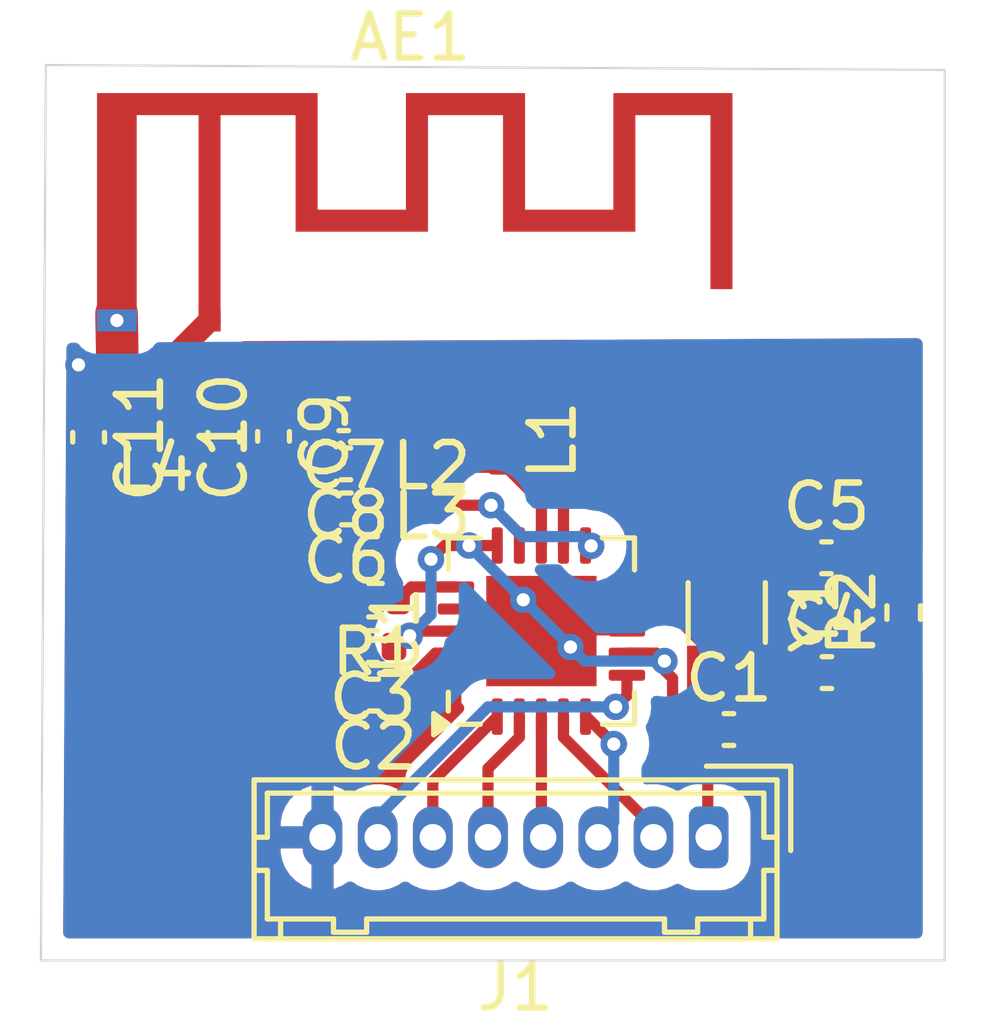
<source format=kicad_pcb>
(kicad_pcb (version 20240108) (generator "pcbnew") (generator_version "8.0")
  (layers (0 "F.Cu" signal) (31 "B.Cu" signal) (34 "B.Paste" user) (35 "F.Paste" user) (36 "B.SilkS" user "B.Silkscreen") (37 "F.SilkS" user "F.Silkscreen") (38 "B.Mask" user) (39 "F.Mask" user) (44 "Edge.Cuts" user))
  (net 0 "")
  (net 1 "GND")
  (net 2 "Net-(U1-DVDD)")
  (net 3 "Net-(U1-XC2)")
  (net 4 "Net-(U1-XC1)")
  (net 5 "Net-(U1-VDD_PA)")
  (net 6 "Net-(C7-Pad1)")
  (net 7 "Net-(C10-Pad1)")
  (net 8 "Net-(AE1-A)")
  (net 9 "Net-(J1-Pin_2)")
  (net 10 "Net-(J1-Pin_7)")
  (net 11 "Net-(J1-Pin_6)")
  (net 12 "Net-(J1-Pin_5)")
  (net 13 "Net-(J1-Pin_4)")
  (net 14 "Net-(J1-Pin_3)")
  (net 15 "Net-(U1-ANT2)")
  (net 16 "Net-(U1-ANT1)")
  (net 17 "Net-(U1-IREF)")
  (footprint "Inductor_SMD:L_0402_1005Metric" (layer "F.Cu") (at 147.88 77.9125 180)
    (property "Reference" "L2" (at 0 -1.17 0) (layer "F.SilkS"))
    (property "Value" "3n9")
    (pad "1" smd roundrect (at -0.485 0 180) (size 0.59 0.64) (layers "F.Cu" "F.Paste" "F.Mask") (net 16 "Net-(U1-ANT1)"))
    (pad "2" smd roundrect (at 0.485 0 180) (size 0.59 0.64) (layers "F.Cu" "F.Paste" "F.Mask") (net 6 "Net-(C7-Pad1)"))
  )
  (footprint "Capacitor_SMD:C_0402_1005Metric" (layer "F.Cu") (at 146.55 83.17 180)
    (property "Reference" "C3" (at 0 -1.16 0) (layer "F.SilkS"))
    (property "Value" "1n")
    (fp_line (start -0.107836 0.36) (end 0.107836 0.36) (stroke (width 0.12)) (layer "F.SilkS"))
    (fp_line (start -0.107836 -0.36) (end 0.107836 -0.36) (stroke (width 0.12)) (layer "F.SilkS"))
    (pad "1" smd roundrect (at -0.48 0 180) (size 0.56 0.62) (layers "F.Cu" "F.Paste" "F.Mask") (net 1 "GND"))
    (pad "2" smd roundrect (at 0.48 0 180) (size 0.56 0.62) (layers "F.Cu" "F.Paste" "F.Mask") (net 1 "GND"))
  )
  (footprint "Capacitor_SMD:C_0402_1005Metric" (layer "F.Cu") (at 145.89 77.92 180)
    (property "Reference" "C7" (at 0 -1.16 0) (layer "F.SilkS"))
    (property "Value" "1p5")
    (fp_line (start -0.107836 0.36) (end 0.107836 0.36) (stroke (width 0.12)) (layer "F.SilkS"))
    (fp_line (start -0.107836 -0.36) (end 0.107836 -0.36) (stroke (width 0.12)) (layer "F.SilkS"))
    (pad "1" smd roundrect (at -0.48 0 180) (size 0.56 0.62) (layers "F.Cu" "F.Paste" "F.Mask") (net 6 "Net-(C7-Pad1)"))
    (pad "2" smd roundrect (at 0.48 0 180) (size 0.56 0.62) (layers "F.Cu" "F.Paste" "F.Mask") (net 7 "Net-(C10-Pad1)"))
  )
  (footprint "Resistor_SMD:R_0402_1005Metric" (layer "F.Cu") (at 158.58 82.4 90)
    (property "Reference" "R2" (at 0 -1.17 90) (layer "F.SilkS"))
    (property "Value" "16MHz")
    (fp_line (start -0.153641 -0.38) (end 0.153641 -0.38) (stroke (width 0.12)) (layer "F.SilkS"))
    (fp_line (start -0.153641 0.38) (end 0.153641 0.38) (stroke (width 0.12)) (layer "F.SilkS"))
    (pad "1" smd roundrect (at -0.51 0 90) (size 0.54 0.64) (layers "F.Cu" "F.Paste" "F.Mask") (net 3 "Net-(U1-XC2)"))
    (pad "2" smd roundrect (at 0.51 0 90) (size 0.54 0.64) (layers "F.Cu" "F.Paste" "F.Mask") (net 4 "Net-(U1-XC1)"))
  )
  (footprint "Inductor_SMD:L_0402_1005Metric" (layer "F.Cu") (at 141.62 77.95 180)
    (property "Reference" "L4" (at 0 -1.17 0) (layer "F.SilkS"))
    (property "Value" "Lx")
    (pad "1" smd roundrect (at -0.485 0 180) (size 0.59 0.64) (layers "F.Cu" "F.Paste" "F.Mask") (net 7 "Net-(C10-Pad1)"))
    (pad "2" smd roundrect (at 0.485 0 180) (size 0.59 0.64) (layers "F.Cu" "F.Paste" "F.Mask") (net 8 "Net-(AE1-A)"))
  )
  (footprint "Package_DFN_QFN:QFN-20-1EP_4x4mm_P0.5mm_EP2.5x2.5mm" (layer "F.Cu") (at 150.37 82.82 90)
    (property "Reference" "U1" (at 0 -3.3 90) (layer "F.SilkS"))
    (property "Value" "NRF24L01")
    (fp_line (start 2.11 -2.11) (end 2.11 -1.385) (stroke (width 0.12)) (layer "F.SilkS"))
    (fp_line (start 1.385 -2.11) (end 2.11 -2.11) (stroke (width 0.12)) (layer "F.SilkS"))
    (fp_line (start -1.385 -2.11) (end -1.81 -2.11) (stroke (width 0.12)) (layer "F.SilkS"))
    (fp_line (start -2.11 -1.385) (end -2.11 -1.87) (stroke (width 0.12)) (layer "F.SilkS"))
    (fp_line (start 2.11 2.11) (end 2.11 1.385) (stroke (width 0.12)) (layer "F.SilkS"))
    (fp_line (start 1.385 2.11) (end 2.11 2.11) (stroke (width 0.12)) (layer "F.SilkS"))
    (fp_line (start -1.385 2.11) (end -2.11 2.11) (stroke (width 0.12)) (layer "F.SilkS"))
    (fp_line (start -2.11 2.11) (end -2.11 1.385) (stroke (width 0.12)) (layer "F.SilkS"))
    (fp_poly (pts (xy -2.11 -2.11) (xy -2.35 -2.44) (xy -1.87 -2.44) (xy -2.11 -2.11)) (stroke (width 0.12)) (fill solid) (layer "F.SilkS"))
    (pad "1" smd roundrect (at -1.9375 -1 90) (size 0.825 0.25) (layers "F.Cu" "F.Paste" "F.Mask") (net 11 "Net-(J1-Pin_6)"))
    (pad "2" smd roundrect (at -1.9375 -0.5 90) (size 0.825 0.25) (layers "F.Cu" "F.Paste" "F.Mask") (net 12 "Net-(J1-Pin_5)"))
    (pad "3" smd roundrect (at -1.9375 0 90) (size 0.825 0.25) (layers "F.Cu" "F.Paste" "F.Mask") (net 13 "Net-(J1-Pin_4)"))
    (pad "4" smd roundrect (at -1.9375 0.5 90) (size 0.825 0.25) (layers "F.Cu" "F.Paste" "F.Mask") (net 9 "Net-(J1-Pin_2)"))
    (pad "5" smd roundrect (at -1.9375 1 90) (size 0.825 0.25) (layers "F.Cu" "F.Paste" "F.Mask") (net 14 "Net-(J1-Pin_3)"))
    (pad "6" smd roundrect (at -1 1.9375 90) (size 0.25 0.825) (layers "F.Cu" "F.Paste" "F.Mask") (net 10 "Net-(J1-Pin_7)"))
    (pad "7" smd roundrect (at -0.5 1.9375 90) (size 0.25 0.825) (layers "F.Cu" "F.Paste" "F.Mask") (net 1 "GND"))
    (pad "8" smd roundrect (at 0 1.9375 90) (size 0.25 0.825) (layers "F.Cu" "F.Paste" "F.Mask") (net 1 "GND"))
    (pad "9" smd roundrect (at 0.5 1.9375 90) (size 0.25 0.825) (layers "F.Cu" "F.Paste" "F.Mask") (net 3 "Net-(U1-XC2)"))
    (pad "10" smd roundrect (at 1 1.9375 90) (size 0.25 0.825) (layers "F.Cu" "F.Paste" "F.Mask") (net 4 "Net-(U1-XC1)"))
    (pad "11" smd roundrect (at 1.9375 1 90) (size 0.825 0.25) (layers "F.Cu" "F.Paste" "F.Mask") (net 5 "Net-(U1-VDD_PA)"))
    (pad "12" smd roundrect (at 1.9375 0.5 90) (size 0.825 0.25) (layers "F.Cu" "F.Paste" "F.Mask") (net 16 "Net-(U1-ANT1)"))
    (pad "13" smd roundrect (at 1.9375 0 90) (size 0.825 0.25) (layers "F.Cu" "F.Paste" "F.Mask") (net 15 "Net-(U1-ANT2)"))
    (pad "14" smd roundrect (at 1.9375 -0.5 90) (size 0.825 0.25) (layers "F.Cu" "F.Paste" "F.Mask") (net 1 "GND"))
    (pad "15" smd roundrect (at 1.9375 -1 90) (size 0.825 0.25) (layers "F.Cu" "F.Paste" "F.Mask") (net 1 "GND"))
    (pad "16" smd roundrect (at 1 -1.9375 90) (size 0.25 0.825) (layers "F.Cu" "F.Paste" "F.Mask") (net 17 "Net-(U1-IREF)"))
    (pad "17" smd roundrect (at 0.5 -1.9375 90) (size 0.25 0.825) (layers "F.Cu" "F.Paste" "F.Mask") (net 1 "GND"))
    (pad "18" smd roundrect (at 0 -1.9375 90) (size 0.25 0.825) (layers "F.Cu" "F.Paste" "F.Mask") (net 1 "GND"))
    (pad "19" smd roundrect (at -0.5 -1.9375 90) (size 0.25 0.825) (layers "F.Cu" "F.Paste" "F.Mask") (net 2 "Net-(U1-DVDD)"))
    (pad "20" smd roundrect (at -1 -1.9375 90) (size 0.25 0.825) (layers "F.Cu" "F.Paste" "F.Mask") (net 1 "GND"))
    (pad "21" smd rect (at 0 0 90) (size 2.5 2.5) (property pad_prop_heatsink) (layers "F.Cu" "F.Mask") (net 1 "GND"))
  )
  (footprint "Capacitor_SMD:C_0402_1005Metric" (layer "F.Cu") (at 145.94 79.0325 180)
    (property "Reference" "C8" (at 0 -1.16 0) (layer "F.SilkS"))
    (property "Value" "C_Small")
    (fp_line (start -0.107836 0.36) (end 0.107836 0.36) (stroke (width 0.12)) (layer "F.SilkS"))
    (fp_line (start -0.107836 -0.36) (end 0.107836 -0.36) (stroke (width 0.12)) (layer "F.SilkS"))
    (pad "1" smd roundrect (at -0.48 0 180) (size 0.56 0.62) (layers "F.Cu" "F.Paste" "F.Mask") (net 5 "Net-(U1-VDD_PA)"))
    (pad "2" smd roundrect (at 0.48 0 180) (size 0.56 0.62) (layers "F.Cu" "F.Paste" "F.Mask") (net 1 "GND"))
  )
  (footprint "Capacitor_SMD:C_0402_1005Metric" (layer "F.Cu") (at 156.83 81.16)
    (property "Reference" "C5" (at 0 -1.16 0) (layer "F.SilkS"))
    (property "Value" "22p")
    (fp_line (start -0.107836 -0.36) (end 0.107836 -0.36) (stroke (width 0.12)) (layer "F.SilkS"))
    (fp_line (start -0.107836 0.36) (end 0.107836 0.36) (stroke (width 0.12)) (layer "F.SilkS"))
    (pad "1" smd roundrect (at -0.48 0) (size 0.56 0.62) (layers "F.Cu" "F.Paste" "F.Mask") (net 4 "Net-(U1-XC1)"))
    (pad "2" smd roundrect (at 0.48 0) (size 0.56 0.62) (layers "F.Cu" "F.Paste" "F.Mask") (net 1 "GND"))
  )
  (footprint "Capacitor_SMD:C_0402_1005Metric" (layer "F.Cu") (at 144.3 78.41 -90)
    (property "Reference" "C9" (at 0 -1.16 90) (layer "F.SilkS"))
    (property "Value" "1p")
    (fp_line (start -0.107836 0.36) (end 0.107836 0.36) (stroke (width 0.12)) (layer "F.SilkS"))
    (fp_line (start -0.107836 -0.36) (end 0.107836 -0.36) (stroke (width 0.12)) (layer "F.SilkS"))
    (pad "1" smd roundrect (at -0.48 0 270) (size 0.56 0.62) (layers "F.Cu" "F.Paste" "F.Mask") (net 7 "Net-(C10-Pad1)"))
    (pad "2" smd roundrect (at 0.48 0 270) (size 0.56 0.62) (layers "F.Cu" "F.Paste" "F.Mask") (net 1 "GND"))
  )
  (footprint "Connector_Hirose:Hirose_DF13-08P-1.25DSA_1x08_P1.25mm_Vertical" (layer "F.Cu") (at 154.16 87.49 180)
    (property "Reference" "J1" (at 4.38 -3.4 0) (layer "F.SilkS"))
    (property "Value" "Conn_01x08_Pin")
    (fp_line (start 10.3 1.3) (end 10.3 -2.3) (stroke (width 0.12)) (layer "F.SilkS"))
    (fp_line (start 10.3 -0.75) (end 10 -0.75) (stroke (width 0.12)) (layer "F.SilkS"))
    (fp_line (start 10.3 -2.3) (end -1.55 -2.3) (stroke (width 0.12)) (layer "F.SilkS"))
    (fp_line (start 10 1) (end 10 0) (stroke (width 0.12)) (layer "F.SilkS"))
    (fp_line (start 10 0) (end 10.3 0) (stroke (width 0.12)) (layer "F.SilkS"))
    (fp_line (start 10 -0.75) (end 10 -1.85) (stroke (width 0.12)) (layer "F.SilkS"))
    (fp_line (start 10 -1.85) (end 9.7 -1.85) (stroke (width 0.12)) (layer "F.SilkS"))
    (fp_line (start 9.7 -1.85) (end 9.7 -2.3) (stroke (width 0.12)) (layer "F.SilkS"))
    (fp_line (start 8.5 -1.85) (end 9.7 -1.85) (stroke (width 0.12)) (layer "F.SilkS"))
    (fp_line (start 8.5 -2.15) (end 8.5 -1.85) (stroke (width 0.12)) (layer "F.SilkS"))
    (fp_line (start 7.75 -1.85) (end 7.75 -2.15) (stroke (width 0.12)) (layer "F.SilkS"))
    (fp_line (start 7.75 -2.15) (end 8.5 -2.15) (stroke (width 0.12)) (layer "F.SilkS"))
    (fp_line (start 1 -1.85) (end 7.75 -1.85) (stroke (width 0.12)) (layer "F.SilkS"))
    (fp_line (start 1 -2.15) (end 1 -1.85) (stroke (width 0.12)) (layer "F.SilkS"))
    (fp_line (start 0.25 -1.85) (end 0.25 -2.15) (stroke (width 0.12)) (layer "F.SilkS"))
    (fp_line (start 0.25 -2.15) (end 1 -2.15) (stroke (width 0.12)) (layer "F.SilkS"))
    (fp_line (start -0.95 -1.85) (end 0.25 -1.85) (stroke (width 0.12)) (layer "F.SilkS"))
    (fp_line (start -0.95 -1.85) (end -0.95 -2.3) (stroke (width 0.12)) (layer "F.SilkS"))
    (fp_line (start -1.25 1) (end 10 1) (stroke (width 0.12)) (layer "F.SilkS"))
    (fp_line (start -1.25 0) (end -1.25 1) (stroke (width 0.12)) (layer "F.SilkS"))
    (fp_line (start -1.25 -0.75) (end -1.25 -1.85) (stroke (width 0.12)) (layer "F.SilkS"))
    (fp_line (start -1.25 -1.85) (end -0.95 -1.85) (stroke (width 0.12)) (layer "F.SilkS"))
    (fp_line (start -1.55 1.3) (end 10.3 1.3) (stroke (width 0.12)) (layer "F.SilkS"))
    (fp_line (start -1.55 0) (end -1.25 0) (stroke (width 0.12)) (layer "F.SilkS"))
    (fp_line (start -1.55 -0.75) (end -1.25 -0.75) (stroke (width 0.12)) (layer "F.SilkS"))
    (fp_line (start -1.55 -2.3) (end -1.55 1.3) (stroke (width 0.12)) (layer "F.SilkS"))
    (fp_line (start -1.86 1.61) (end 0.05 1.61) (stroke (width 0.12)) (layer "F.SilkS"))
    (fp_line (start -1.86 -0.3) (end -1.86 1.61) (stroke (width 0.12)) (layer "F.SilkS"))
    (pad "1" thru_hole roundrect (at 0 0 180) (size 0.9 1.4) (drill 0.6) (layers "*.Cu" "*.Mask") (net 1 "GND"))
    (pad "2" thru_hole oval (at 1.25 0 180) (size 0.9 1.4) (drill 0.6) (layers "*.Cu" "*.Mask") (net 9 "Net-(J1-Pin_2)"))
    (pad "3" thru_hole oval (at 2.5 0 180) (size 0.9 1.4) (drill 0.6) (layers "*.Cu" "*.Mask") (net 14 "Net-(J1-Pin_3)"))
    (pad "4" thru_hole oval (at 3.75 0 180) (size 0.9 1.4) (drill 0.6) (layers "*.Cu" "*.Mask") (net 13 "Net-(J1-Pin_4)"))
    (pad "5" thru_hole oval (at 5 0 180) (size 0.9 1.4) (drill 0.6) (layers "*.Cu" "*.Mask") (net 12 "Net-(J1-Pin_5)"))
    (pad "6" thru_hole oval (at 6.25 0 180) (size 0.9 1.4) (drill 0.6) (layers "*.Cu" "*.Mask") (net 11 "Net-(J1-Pin_6)"))
    (pad "7" thru_hole oval (at 7.5 0 180) (size 0.9 1.4) (drill 0.6) (layers "*.Cu" "*.Mask") (net 10 "Net-(J1-Pin_7)"))
    (pad "8" thru_hole oval (at 8.75 0 180) (size 0.9 1.4) (drill 0.6) (layers "*.Cu" "*.Mask") (net 1 "GND"))
  )
  (footprint "Resistor_SMD:R_0402_1005Metric" (layer "F.Cu") (at 146.61 82.12 180)
    (property "Reference" "R1" (at 0 -1.17 0) (layer "F.SilkS"))
    (property "Value" "22k")
    (fp_line (start -0.153641 0.38) (end 0.153641 0.38) (stroke (width 0.12)) (layer "F.SilkS"))
    (fp_line (start -0.153641 -0.38) (end 0.153641 -0.38) (stroke (width 0.12)) (layer "F.SilkS"))
    (pad "1" smd roundrect (at -0.51 0 180) (size 0.54 0.64) (layers "F.Cu" "F.Paste" "F.Mask") (net 17 "Net-(U1-IREF)"))
    (pad "2" smd roundrect (at 0.51 0 180) (size 0.54 0.64) (layers "F.Cu" "F.Paste" "F.Mask") (net 1 "GND"))
  )
  (footprint "Inductor_SMD:L_0402_1005Metric" (layer "F.Cu") (at 149.45 78.4975 -90)
    (property "Reference" "L1" (at 0 -1.17 90) (layer "F.SilkS"))
    (property "Value" "8n2")
    (pad "1" smd roundrect (at -0.485 0 270) (size 0.59 0.64) (layers "F.Cu" "F.Paste" "F.Mask") (net 16 "Net-(U1-ANT1)"))
    (pad "2" smd roundrect (at 0.485 0 270) (size 0.59 0.64) (layers "F.Cu" "F.Paste" "F.Mask") (net 15 "Net-(U1-ANT2)"))
  )
  (footprint "Crystal:Crystal_SMD_3215-2Pin_3.2x1.5mm" (layer "F.Cu") (at 154.57 82.4 -90)
    (property "Reference" "Y1" (at 0 -2 90) (layer "F.SilkS"))
    (property "Value" "Crystal")
    (fp_line (start -0.675 0.875) (end 0.675 0.875) (stroke (width 0.12)) (layer "F.SilkS"))
    (fp_line (start -0.675 -0.875) (end 0.675 -0.875) (stroke (width 0.12)) (layer "F.SilkS"))
    (pad "1" smd rect (at 1.25 0 270) (size 1 1.8) (layers "F.Cu" "F.Paste" "F.Mask") (net 3 "Net-(U1-XC2)"))
    (pad "2" smd rect (at -1.25 0 270) (size 1 1.8) (layers "F.Cu" "F.Paste" "F.Mask") (net 4 "Net-(U1-XC1)"))
  )
  (footprint "Capacitor_SMD:C_0402_1005Metric" (layer "F.Cu") (at 146.57 84.27 180)
    (property "Reference" "C2" (at 0 -1.16 0) (layer "F.SilkS"))
    (property "Value" "33n")
    (fp_line (start -0.107836 0.36) (end 0.107836 0.36) (stroke (width 0.12)) (layer "F.SilkS"))
    (fp_line (start -0.107836 -0.36) (end 0.107836 -0.36) (stroke (width 0.12)) (layer "F.SilkS"))
    (pad "1" smd roundrect (at -0.48 0 180) (size 0.56 0.62) (layers "F.Cu" "F.Paste" "F.Mask") (net 2 "Net-(U1-DVDD)"))
    (pad "2" smd roundrect (at 0.48 0 180) (size 0.56 0.62) (layers "F.Cu" "F.Paste" "F.Mask") (net 1 "GND"))
  )
  (footprint "Inductor_SMD:L_0402_1005Metric" (layer "F.Cu") (at 147.89 79.0525 180)
    (property "Reference" "L3" (at 0 -1.17 0) (layer "F.SilkS"))
    (property "Value" "2n7")
    (pad "1" smd roundrect (at -0.485 0 180) (size 0.59 0.64) (layers "F.Cu" "F.Paste" "F.Mask") (net 15 "Net-(U1-ANT2)"))
    (pad "2" smd roundrect (at 0.485 0 180) (size 0.59 0.64) (layers "F.Cu" "F.Paste" "F.Mask") (net 5 "Net-(U1-VDD_PA)"))
  )
  (footprint "Capacitor_SMD:C_0402_1005Metric" (layer "F.Cu") (at 140.11 78.43 -90)
    (property "Reference" "C11" (at 0 -1.16 90) (layer "F.SilkS"))
    (property "Value" "Cx")
    (fp_line (start -0.107836 0.36) (end 0.107836 0.36) (stroke (width 0.12)) (layer "F.SilkS"))
    (fp_line (start -0.107836 -0.36) (end 0.107836 -0.36) (stroke (width 0.12)) (layer "F.SilkS"))
    (pad "1" smd roundrect (at -0.48 0 270) (size 0.56 0.62) (layers "F.Cu" "F.Paste" "F.Mask") (net 8 "Net-(AE1-A)"))
    (pad "2" smd roundrect (at 0.48 0 270) (size 0.56 0.62) (layers "F.Cu" "F.Paste" "F.Mask") (net 1 "GND"))
  )
  (footprint "Capacitor_SMD:C_0402_1005Metric" (layer "F.Cu") (at 156.84 83.76)
    (property "Reference" "C4" (at 0 -1.16 0) (layer "F.SilkS"))
    (property "Value" "22p")
    (fp_line (start -0.107836 -0.36) (end 0.107836 -0.36) (stroke (width 0.12)) (layer "F.SilkS"))
    (fp_line (start -0.107836 0.36) (end 0.107836 0.36) (stroke (width 0.12)) (layer "F.SilkS"))
    (pad "1" smd roundrect (at -0.48 0) (size 0.56 0.62) (layers "F.Cu" "F.Paste" "F.Mask") (net 3 "Net-(U1-XC2)"))
    (pad "2" smd roundrect (at 0.48 0) (size 0.56 0.62) (layers "F.Cu" "F.Paste" "F.Mask") (net 1 "GND"))
  )
  (footprint "Capacitor_SMD:C_0402_1005Metric" (layer "F.Cu") (at 154.62 85.05)
    (property "Reference" "C1" (at 0 -1.16 0) (layer "F.SilkS"))
    (property "Value" "10n")
    (fp_line (start -0.107836 -0.36) (end 0.107836 -0.36) (stroke (width 0.12)) (layer "F.SilkS"))
    (fp_line (start -0.107836 0.36) (end 0.107836 0.36) (stroke (width 0.12)) (layer "F.SilkS"))
    (pad "1" smd roundrect (at -0.48 0) (size 0.56 0.62) (layers "F.Cu" "F.Paste" "F.Mask") (net 1 "GND"))
    (pad "2" smd roundrect (at 0.48 0) (size 0.56 0.62) (layers "F.Cu" "F.Paste" "F.Mask") (net 1 "GND"))
  )
  (footprint "Capacitor_SMD:C_0402_1005Metric" (layer "F.Cu") (at 145.95 80.0525 180)
    (property "Reference" "C6" (at 0 -1.16 0) (layer "F.SilkS"))
    (property "Value" "C_Small")
    (fp_line (start -0.107836 0.36) (end 0.107836 0.36) (stroke (width 0.12)) (layer "F.SilkS"))
    (fp_line (start -0.107836 -0.36) (end 0.107836 -0.36) (stroke (width 0.12)) (layer "F.SilkS"))
    (pad "1" smd roundrect (at -0.48 0 180) (size 0.56 0.62) (layers "F.Cu" "F.Paste" "F.Mask") (net 5 "Net-(U1-VDD_PA)"))
    (pad "2" smd roundrect (at 0.48 0 180) (size 0.56 0.62) (layers "F.Cu" "F.Paste" "F.Mask") (net 1 "GND"))
  )
  (footprint "Capacitor_SMD:C_0402_1005Metric" (layer "F.Cu") (at 143.17 78.43 -90)
    (property "Reference" "C10" (at 0 0 90) (layer "F.SilkS"))
    (property "Value" "Cx")
    (fp_line (start -0.107836 0.36) (end 0.107836 0.36) (stroke (width 0.12)) (layer "F.SilkS"))
    (fp_line (start -0.107836 -0.36) (end 0.107836 -0.36) (stroke (width 0.12)) (layer "F.SilkS"))
    (pad "1" smd roundrect (at -0.48 0 270) (size 0.56 0.62) (layers "F.Cu" "F.Paste" "F.Mask") (net 7 "Net-(C10-Pad1)"))
    (pad "2" smd roundrect (at 0.48 0 270) (size 0.56 0.62) (layers "F.Cu" "F.Paste" "F.Mask") (net 1 "GND"))
  )
  (footprint "RF_Antenna:Texas_SWRA117D_2.4GHz_Right" (layer "F.Cu") (at 142.85 75.785)
    (property "Reference" "AE1" (at 4.55 -6.41 0) (layer "F.SilkS"))
    (property "Value" "Antenna")
    (fp_poly (pts (xy 2.45 -2.51) (xy 4.45 -2.51) (xy 4.45 -5.15) (xy 7.15 -5.15) (xy 7.15 -2.51) (xy 9.15 -2.51) (xy 9.15 -5.15) (xy 11.85 -5.15) (xy 11.85 -0.71) (xy 11.35 -0.71) (xy 11.35 -4.65) (xy 9.65 -4.65) (xy 9.65 -2.01) (xy 6.65 -2.01) (xy 6.65 -4.65) (xy 4.95 -4.65) (xy 4.95 -2.01) (xy 1.95 -2.01) (xy 1.95 -4.65) (xy 0.25 -4.65) (xy 0.25 0.25) (xy -0.25 0.25) (xy -0.25 -4.65) (xy -1.65 -4.65) (xy -1.65 0.25) (xy -2.55 0.25) (xy -2.55 0.006785) (xy -2.247583 0.006785) (xy -2.237742 0.054395) (xy -2.213674 0.096797) (xy -2.175731 0.129581) (xy -2.167819 0.133935) (xy -2.125156 0.146043) (xy -2.076637 0.1453) (xy -2.031122 0.1324) (xy -2.012511 0.121787) (xy -1.978868 0.086553) (xy -1.958309 0.041368) (xy -1.951778 -0.008158) (xy -1.960218 -0.056417) (xy -1.977112 -0.088643) (xy -2.012372 -0.121313) (xy -2.057682 -0.141408) (xy -2.107267 -0.147982) (xy -2.155353 -0.140092) (xy -2.188245 -0.123186) (xy -2.223185 -0.086416) (xy -2.242847 -0.041622) (xy -2.247583 0.006785) (xy -2.55 0.006785) (xy -2.55 -5.15) (xy 2.45 -5.15) (xy 2.45 -2.51)) (fill solid) (layer "F.Cu"))
    (pad "1" connect rect (at 0 0) (size 0.5 0.5) (layers "F.Cu") (net 8 "Net-(AE1-A)"))
    (pad "2" thru_hole rect (at -2.1 0) (size 0.9 0.5) (drill 0.3) (layers "*.Cu"))
  )
  (gr_line (start 140.742733 75.637018) (end 140.76 76.59) (stroke (width 0.9652)) (layer "F.Cu") (net 1))
  (gr_line (start 139.92 76.77) (end 140.76 76.59) (stroke (width 0.2)) (layer "F.Cu") (net 1))
  (gr_line (start 139.14 70) (end 159.51 70.11) (stroke (width 0.05)) (layer "Edge.Cuts"))
  (gr_line (start 159.51 90.28) (end 139.03 90.28) (stroke (width 0.05)) (layer "Edge.Cuts"))
  (gr_line (start 139.03 90.28) (end 139.14 70) (stroke (width 0.05)) (layer "Edge.Cuts"))
  (gr_line (start 159.51 70.11) (end 159.51 90.28) (stroke (width 0.05)) (layer "Edge.Cuts"))
  (segment (start 151.39 82.82) (end 151.02875 83.18125) (width 0.2) (layer "F.Cu") (net 1))
  (segment (start 154.14 85.05) (end 154.14 87.47) (width 0.254) (layer "F.Cu") (net 1))
  (segment (start 152.978984 83.32) (end 153.158395 83.499411) (width 0.254) (layer "F.Cu") (net 1))
  (segment (start 148.859386 83.82) (end 149.95875 82.720636) (width 0.2) (layer "F.Cu") (net 1))
  (segment (start 154.14 87.47) (end 154.16 87.49) (width 0.254) (layer "F.Cu") (net 1))
  (segment (start 149.95875 82.720636) (end 149.95875 82.11125) (width 0.2) (layer "F.Cu") (net 1))
  (segment (start 148.4325 83.82) (end 148.859386 83.82) (width 0.2) (layer "F.Cu") (net 1))
  (segment (start 148.73 80.8825) (end 148.17882 80.8825) (width 0.254) (layer "F.Cu") (net 1))
  (segment (start 152.3075 82.82) (end 151.39 82.82) (width 0.2) (layer "F.Cu") (net 1))
  (segment (start 153.916 85.05) (end 154.14 85.05) (width 0.254) (layer "F.Cu") (net 1))
  (segment (start 153.343 83.890432) (end 153.343 84.477) (width 0.254) (layer "F.Cu") (net 1))
  (segment (start 148.17882 80.8825) (end 147.86832 81.193) (width 0.254) (layer "F.Cu") (net 1))
  (segment (start 149.37 80.8825) (end 148.73 80.8825) (width 0.254) (layer "F.Cu") (net 1))
  (segment (start 153.343 84.477) (end 153.916 85.05) (width 0.254) (layer "F.Cu") (net 1))
  (segment (start 147.38 82.82) (end 147.03 83.17) (width 0.254) (layer "F.Cu") (net 1))
  (segment (start 148.4325 82.82) (end 147.38 82.82) (width 0.254) (layer "F.Cu") (net 1))
  (segment (start 152.3075 83.32) (end 152.772568 83.32) (width 0.254) (layer "F.Cu") (net 1))
  (segment (start 152.772568 83.32) (end 153.343 83.890432) (width 0.254) (layer "F.Cu") (net 1))
  (segment (start 152.3075 83.32) (end 152.978984 83.32) (width 0.254) (layer "F.Cu") (net 1))
  (via (at 147.86832 81.193) (size 0.6) (drill 0.3) (layers "F.Cu" "B.Cu") (net 1))
  (via (at 153.158395 83.499411) (size 0.6) (drill 0.3) (layers "F.Cu" "B.Cu") (net 1))
  (via (at 148.73 80.8825) (size 0.6) (drill 0.3) (layers "F.Cu" "B.Cu") (net 1))
  (via (at 151.02875 83.18125) (size 0.6) (drill 0.3) (layers "F.Cu" "B.Cu") (net 1))
  (via (at 139.88 76.79) (size 0.6) (drill 0.3) (layers "F.Cu" "B.Cu") (net 1))
  (via (at 147.386443 82.926295) (size 0.6) (drill 0.3) (layers "F.Cu" "B.Cu") (net 1))
  (via (at 149.95875 82.11125) (size 0.6) (drill 0.3) (layers "F.Cu" "B.Cu") (net 1))
  (segment (start 147.86832 82.444418) (end 147.386443 82.926295) (width 0.254) (layer "B.Cu") (net 1))
  (segment (start 151.346911 83.499411) (end 151.02875 83.18125) (width 0.254) (layer "B.Cu") (net 1))
  (segment (start 149.95875 82.11125) (end 148.73 80.8825) (width 0.254) (layer "B.Cu") (net 1))
  (segment (start 147.86832 81.193) (end 147.86832 82.444418) (width 0.254) (layer "B.Cu") (net 1))
  (segment (start 153.158395 83.499411) (end 151.346911 83.499411) (width 0.254) (layer "B.Cu") (net 1))
  (segment (start 151.02875 83.18125) (end 149.95875 82.11125) (width 0.254) (layer "B.Cu") (net 1))
  (segment (start 147.05 84.237432) (end 147.05 84.27) (width 0.254) (layer "F.Cu") (net 2))
  (segment (start 147.967432 83.32) (end 147.05 84.237432) (width 0.254) (layer "F.Cu") (net 2))
  (segment (start 148.4325 83.32) (end 147.967432 83.32) (width 0.254) (layer "F.Cu") (net 2))
  (segment (start 156.900001 82.91) (end 158.58 82.91) (width 0.508) (layer "F.Cu") (net 3))
  (segment (start 152.3075 82.32) (end 153.24 82.32) (width 0.254) (layer "F.Cu") (net 3))
  (segment (start 156.36 83.76) (end 156.36 83.450001) (width 0.508) (layer "F.Cu") (net 3))
  (segment (start 156.36 83.76) (end 154.68 83.76) (width 0.508) (layer "F.Cu") (net 3))
  (segment (start 156.36 83.450001) (end 156.900001 82.91) (width 0.508) (layer "F.Cu") (net 3))
  (segment (start 153.24 82.32) (end 154.57 83.65) (width 0.254) (layer "F.Cu") (net 3))
  (segment (start 154.68 83.76) (end 154.57 83.65) (width 0.508) (layer "F.Cu") (net 3))
  (segment (start 156.35 81.16) (end 154.58 81.16) (width 0.508) (layer "F.Cu") (net 4))
  (segment (start 152.3075 81.82) (end 153.9 81.82) (width 0.254) (layer "F.Cu") (net 4))
  (segment (start 156.860001 81.98) (end 158.49 81.98) (width 0.508) (layer "F.Cu") (net 4))
  (segment (start 156.35 81.16) (end 156.35 81.469999) (width 0.508) (layer "F.Cu") (net 4))
  (segment (start 154.58 81.16) (end 154.57 81.15) (width 0.508) (layer "F.Cu") (net 4))
  (segment (start 158.49 81.98) (end 158.58 81.89) (width 0.508) (layer "F.Cu") (net 4))
  (segment (start 153.9 81.82) (end 154.57 81.15) (width 0.254) (layer "F.Cu") (net 4))
  (segment (start 156.35 81.469999) (end 156.860001 81.98) (width 0.508) (layer "F.Cu") (net 4))
  (segment (start 151.489433 80.8825) (end 151.496956 80.890023) (width 0.254) (layer "F.Cu") (net 5))
  (segment (start 149.23 79.97) (end 148.002501 79.97) (width 0.254) (layer "F.Cu") (net 5))
  (segment (start 146.42 79.0325) (end 147.385 79.0325) (width 0.508) (layer "F.Cu") (net 5))
  (segment (start 146.43 79.0425) (end 146.42 79.0325) (width 0.508) (layer "F.Cu") (net 5))
  (segment (start 147.405 79.372499) (end 147.405 79.0525) (width 0.254) (layer "F.Cu") (net 5))
  (segment (start 147.385 79.0325) (end 147.405 79.0525) (width 0.508) (layer "F.Cu") (net 5))
  (segment (start 146.43 80.0525) (end 146.43 79.0425) (width 0.508) (layer "F.Cu") (net 5))
  (segment (start 148.002501 79.97) (end 147.405 79.372499) (width 0.254) (layer "F.Cu") (net 5))
  (segment (start 151.37 80.8825) (end 151.489433 80.8825) (width 0.254) (layer "F.Cu") (net 5))
  (via (at 149.23 79.97) (size 0.6) (drill 0.3) (layers "F.Cu" "B.Cu") (net 5))
  (via (at 151.496956 80.890023) (size 0.6) (drill 0.3) (layers "F.Cu" "B.Cu") (net 5))
  (segment (start 151.496956 80.890023) (end 151.286933 80.68) (width 0.254) (layer "B.Cu") (net 5))
  (segment (start 149.94 80.68) (end 149.23 79.97) (width 0.254) (layer "B.Cu") (net 5))
  (segment (start 151.286933 80.68) (end 149.94 80.68) (width 0.254) (layer "B.Cu") (net 5))
  (segment (start 147.3875 77.92) (end 147.395 77.9125) (width 0.508) (layer "F.Cu") (net 6))
  (segment (start 146.37 77.92) (end 147.3875 77.92) (width 0.508) (layer "F.Cu") (net 6))
  (segment (start 144.28 77.95) (end 144.3 77.93) (width 0.508) (layer "F.Cu") (net 7))
  (segment (start 145.4 77.93) (end 145.41 77.92) (width 0.508) (layer "F.Cu") (net 7))
  (segment (start 144.3 77.93) (end 145.4 77.93) (width 0.508) (layer "F.Cu") (net 7))
  (segment (start 143.17 77.95) (end 144.28 77.95) (width 0.508) (layer "F.Cu") (net 7))
  (segment (start 142.105 77.95) (end 143.17 77.95) (width 0.508) (layer "F.Cu") (net 7))
  (segment (start 141.135 77.5) (end 142.85 75.785) (width 0.508) (layer "F.Cu") (net 8))
  (segment (start 141.135 77.95) (end 141.135 77.5) (width 0.508) (layer "F.Cu") (net 8))
  (segment (start 140.11 77.95) (end 141.135 77.95) (width 0.508) (layer "F.Cu") (net 8))
  (segment (start 150.87 84.7575) (end 150.87 85.222568) (width 0.254) (layer "F.Cu") (net 9))
  (segment (start 150.87 85.222568) (end 152.91 87.262568) (width 0.254) (layer "F.Cu") (net 9))
  (segment (start 152.91 87.262568) (end 152.91 87.49) (width 0.254) (layer "F.Cu") (net 9))
  (segment (start 152.3075 83.82) (end 152.3075 84.282497) (width 0.254) (layer "F.Cu") (net 10))
  (segment (start 152.3075 84.282497) (end 152.053355 84.536642) (width 0.254) (layer "F.Cu") (net 10))
  (via (at 152.053355 84.536642) (size 0.6) (drill 0.3) (layers "F.Cu" "B.Cu") (net 10))
  (segment (start 146.66 87.036) (end 146.66 87.49) (width 0.254) (layer "B.Cu") (net 10))
  (segment (start 149.159358 84.536642) (end 146.66 87.036) (width 0.254) (layer "B.Cu") (net 10))
  (segment (start 152.053355 84.536642) (end 149.159358 84.536642) (width 0.254) (layer "B.Cu") (net 10))
  (segment (start 147.91 86.2175) (end 147.91 87.49) (width 0.254) (layer "F.Cu") (net 11))
  (segment (start 149.37 84.7575) (end 147.91 86.2175) (width 0.254) (layer "F.Cu") (net 11))
  (segment (start 149.87 84.7575) (end 149.87 85.222568) (width 0.254) (layer "F.Cu") (net 12))
  (segment (start 149.87 85.222568) (end 149.16 85.932568) (width 0.254) (layer "F.Cu") (net 12))
  (segment (start 149.16 85.932568) (end 149.16 87.49) (width 0.254) (layer "F.Cu") (net 12))
  (segment (start 150.37 84.7575) (end 150.37 87.45) (width 0.254) (layer "F.Cu") (net 13))
  (segment (start 150.37 87.45) (end 150.41 87.49) (width 0.254) (layer "F.Cu") (net 13))
  (segment (start 151.37 84.7575) (end 151.3875 84.7575) (width 0.254) (layer "F.Cu") (net 14))
  (segment (start 151.3875 84.7575) (end 152.01 85.38) (width 0.254) (layer "F.Cu") (net 14))
  (segment (start 151.37 87.2) (end 151.66 87.49) (width 0.254) (layer "F.Cu") (net 14))
  (via (at 152.01 85.38) (size 0.6) (drill 0.3) (layers "F.Cu" "B.Cu") (net 14))
  (segment (start 152.01 87.14) (end 151.66 87.49) (width 0.254) (layer "B.Cu") (net 14))
  (segment (start 152.01 85.38) (end 152.01 87.14) (width 0.254) (layer "B.Cu") (net 14))
  (segment (start 148.445 78.9825) (end 148.375 79.0525) (width 0.508) (layer "F.Cu") (net 15))
  (segment (start 150.37 79.9025) (end 149.45 78.9825) (width 0.254) (layer "F.Cu") (net 15))
  (segment (start 149.45 78.9825) (end 148.445 78.9825) (width 0.508) (layer "F.Cu") (net 15))
  (segment (start 150.37 80.8825) (end 150.37 79.9025) (width 0.254) (layer "F.Cu") (net 15))
  (segment (start 149.35 77.9125) (end 149.45 78.0125) (width 0.508) (layer "F.Cu") (net 16))
  (segment (start 150.87 79.112501) (end 149.769999 78.0125) (width 0.254) (layer "F.Cu") (net 16))
  (segment (start 149.769999 78.0125) (end 149.45 78.0125) (width 0.254) (layer "F.Cu") (net 16))
  (segment (start 148.365 77.9125) (end 149.35 77.9125) (width 0.508) (layer "F.Cu") (net 16))
  (segment (start 150.87 80.8825) (end 150.87 79.112501) (width 0.254) (layer "F.Cu") (net 16))
  (segment (start 147.42 81.82) (end 147.12 82.12) (width 0.254) (layer "F.Cu") (net 17))
  (segment (start 148.4325 81.82) (end 147.42 81.82) (width 0.254) (layer "F.Cu") (net 17))
  (zone (net 1) (net_name "GND") (layer "F.Cu") (priority 1) (connect_pads (clearance 0.5)) (min_thickness 0.25) (fill yes (thermal_gap 0.5) (thermal_bridge_width 0.5))
    (polygon (pts (xy 139.11 76.27) (xy 159.52 76.19) (xy 159.52 90.28) (xy 139.03 90.28)))
  )
  (zone (net 1) (net_name "GND") (layer "B.Cu") (connect_pads (clearance 0.5)) (min_thickness 0.25) (fill yes (thermal_gap 0.5) (thermal_bridge_width 0.5))
    (polygon (pts (xy 139.11 76.29) (xy 159.52 76.18) (xy 159.51 90.28) (xy 139.04 90.25)))
  )
)
</source>
